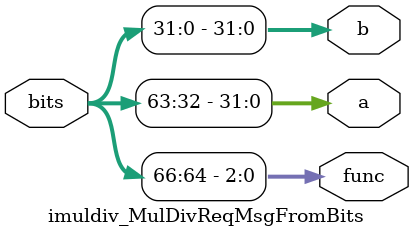
<source format=v>

`ifndef IMULDIV_MULDIVREQ_MSG_V
`define IMULDIV_MULDIVREQ_MSG_V


// Size of message

`define IMULDIV_MULDIVREQ_MSG_SZ         67

// Size and enums for each field

`define IMULDIV_MULDIVREQ_MSG_FUNC_SZ    3
`define IMULDIV_MULDIVREQ_MSG_FUNC_MUL   3'd0
`define IMULDIV_MULDIVREQ_MSG_FUNC_DIV   3'd1
`define IMULDIV_MULDIVREQ_MSG_FUNC_DIVU  3'd2
`define IMULDIV_MULDIVREQ_MSG_FUNC_REM   3'd3
`define IMULDIV_MULDIVREQ_MSG_FUNC_REMU  3'd4
//Quest: 加入MULU 跟 MULSU
//MODIFY: 加入MULU和MULSU的function codes(在原本的enum之後)
`define IMULDIV_MULDIVREQ_MSG_FUNC_MULU  3'd5
`define IMULDIV_MULDIVREQ_MSG_FUNC_MULSU 3'd6


`define IMULDIV_MULDIVREQ_MSG_A_SZ       32
`define IMULDIV_MULDIVREQ_MSG_B_SZ       32

// Location of each field

`define IMULDIV_MULDIVREQ_MSG_FUNC_FIELD 66:64
`define IMULDIV_MULDIVREQ_MSG_A_FIELD    63:32
`define IMULDIV_MULDIVREQ_MSG_B_FIELD    31:0

//------------------------------------------------------------------------
// Convert message to bits
//------------------------------------------------------------------------

module imuldiv_MulDivReqMsgToBits
(
  // Input message

  input [`IMULDIV_MULDIVREQ_MSG_FUNC_SZ-1:0] func,
  input [`IMULDIV_MULDIVREQ_MSG_A_SZ-1:0]    a,
  input [`IMULDIV_MULDIVREQ_MSG_B_SZ-1:0]    b,

  // Output bits

  output [`IMULDIV_MULDIVREQ_MSG_SZ-1:0] bits
);

  assign bits[`IMULDIV_MULDIVREQ_MSG_FUNC_FIELD] = func;
  assign bits[`IMULDIV_MULDIVREQ_MSG_A_FIELD]    = a;
  assign bits[`IMULDIV_MULDIVREQ_MSG_B_FIELD]    = b;

endmodule

//------------------------------------------------------------------------
// Convert message from bits
//------------------------------------------------------------------------

module imuldiv_MulDivReqMsgFromBits
(
  // Input bits

  input [`IMULDIV_MULDIVREQ_MSG_SZ-1:0] bits,

  // Output message

  output [`IMULDIV_MULDIVREQ_MSG_FUNC_SZ-1:0] func,
  output [`IMULDIV_MULDIVREQ_MSG_A_SZ-1:0]    a,
  output [`IMULDIV_MULDIVREQ_MSG_B_SZ-1:0]    b
);

  assign func = bits[`IMULDIV_MULDIVREQ_MSG_FUNC_FIELD];
  assign a    = bits[`IMULDIV_MULDIVREQ_MSG_A_FIELD];
  assign b    = bits[`IMULDIV_MULDIVREQ_MSG_B_FIELD];

endmodule

//------------------------------------------------------------------------
// Convert message to string
//------------------------------------------------------------------------

`ifndef SYNTHESIS
module imuldiv_MulDivReqMsgToStr
(
  input [`IMULDIV_MULDIVREQ_MSG_SZ-1:0] msg
);

  // Extract fields

  wire [`IMULDIV_MULDIVREQ_MSG_FUNC_SZ-1:0] func = msg[`IMULDIV_MULDIVREQ_MSG_FUNC_FIELD];
  wire [`IMULDIV_MULDIVREQ_MSG_A_SZ-1:0]    a    = msg[`IMULDIV_MULDIVREQ_MSG_A_FIELD];
  wire [`IMULDIV_MULDIVREQ_MSG_B_SZ-1:0]    b    = msg[`IMULDIV_MULDIVREQ_MSG_B_FIELD];

  // Short names
  //MODIFY: 在MulDivReqMsgToStr模組中加入新的case條件
  localparam mul   = `IMULDIV_MULDIVREQ_MSG_FUNC_MUL;
  localparam div   = `IMULDIV_MULDIVREQ_MSG_FUNC_DIV;
  localparam divu  = `IMULDIV_MULDIVREQ_MSG_FUNC_DIVU;
  localparam rem   = `IMULDIV_MULDIVREQ_MSG_FUNC_REM;
  localparam remu  = `IMULDIV_MULDIVREQ_MSG_FUNC_REMU;
  localparam mulu  = `IMULDIV_MULDIVREQ_MSG_FUNC_MULU;  // 在其他localparam後面加入
  localparam mulsu = `IMULDIV_MULDIVREQ_MSG_FUNC_MULSU;

  // Full string sized for 20 characters

  reg [20*8-1:0] full_str;
  always @(*) begin

    if ( msg === `IMULDIV_MULDIVREQ_MSG_SZ'bx )
      $sformat( full_str, "x            ");
    else begin
      //MODIFY: 在full_str的case statement中加入新條件
      case ( func )
        mul     : $sformat( full_str, "mul  %d, %d", a, b );
        div     : $sformat( full_str, "div  %d, %d", a, b );
        divu    : $sformat( full_str, "divu %d, %d", a, b );
        rem     : $sformat( full_str, "rem  %d, %d", a, b );
        remu    : $sformat( full_str, "remu %d, %d", a, b );
        mulu    : $sformat( full_str, "mulu %d, %d", a, b );
        mulsu   : $sformat( full_str, "mulsu %d, %d", a, b );
        default : $sformat( full_str, "undefined func" );
      endcase
    end

  end

  // Tiny string sized for 2 characters

  reg [2*8-1:0] tiny_str;
  always @(*) begin

    if ( msg === `IMULDIV_MULDIVREQ_MSG_SZ'bx )
      $sformat( tiny_str, "x ");
    else begin
      //MODIFY: 在tiny_str的case statement中加入新條件
      case ( func )
        mul     : $sformat( tiny_str, "* "  );
        div     : $sformat( tiny_str, "/ "  );
        divu    : $sformat( tiny_str, "/u"  );
        rem     : $sformat( tiny_str, "%% " );
        remu    : $sformat( tiny_str, "%%u" );
        mulu    : $sformat( tiny_str, "*u"  );
        mulsu   : $sformat( tiny_str, "*s"  );
        default : $sformat( tiny_str, "??"  );
      endcase
    end

  end

endmodule
`endif /* SYNTHESIS */

`endif /* IMULDIV_MULDIVREQ_MSG_V */



</source>
